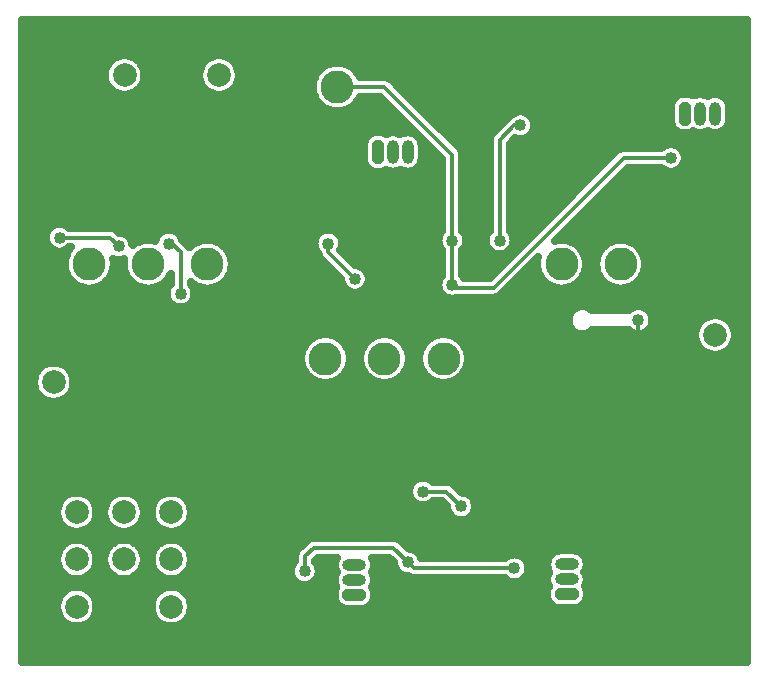
<source format=gbr>
G04 DipTrace 3.2.0.1*
G04 Bottom.gbr*
%MOIN*%
G04 #@! TF.FileFunction,Copper,L2,Bot*
G04 #@! TF.Part,Single*
%AMOUTLINE0*
4,1,8,
-0.019685,-0.029528,
-0.009843,-0.03937,
0.009843,-0.03937,
0.019685,-0.029528,
0.019685,0.029528,
0.009843,0.03937,
-0.009843,0.03937,
-0.019685,0.029528,
-0.019685,-0.029528,
0*%
%AMOUTLINE3*
4,1,8,
0.029528,-0.019685,
0.03937,-0.009843,
0.03937,0.009843,
0.029528,0.019685,
-0.029528,0.019685,
-0.03937,0.009843,
-0.03937,-0.009843,
-0.029528,-0.019685,
0.029528,-0.019685,
0*%
G04 #@! TA.AperFunction,Conductor*
%ADD14C,0.012992*%
G04 #@! TA.AperFunction,CopperBalancing*
%ADD15C,0.025*%
G04 #@! TA.AperFunction,ComponentPad*
%ADD22C,0.07874*%
%ADD23C,0.110236*%
%ADD24O,0.03937X0.07874*%
%ADD25O,0.07874X0.03937*%
G04 #@! TA.AperFunction,ViaPad*
%ADD26C,0.04*%
G04 #@! TA.AperFunction,ComponentPad*
%ADD55OUTLINE0*%
%ADD58OUTLINE3*%
%FSLAX26Y26*%
G04*
G70*
G90*
G75*
G01*
G04 Bottom*
%LPD*%
X895669Y1801181D2*
D14*
X905512D1*
X935039Y1771654D1*
Y1633858D1*
X1427165Y1801181D2*
Y1771654D1*
X1515748Y1683071D1*
X1348425Y708661D2*
Y757874D1*
X1377953Y787402D1*
X1643701D1*
X1692913Y738189D1*
X2047244Y718504D2*
X1712598D1*
X1692913Y738189D1*
X1840551Y1811024D2*
Y1663386D1*
X2568898Y2086614D2*
X2411417D1*
X1978346Y1653543D1*
X1850394D1*
X1840551Y1663386D1*
X1456693Y2322835D2*
X1614173D1*
X1840551Y2096457D1*
Y1811024D1*
X1742126Y974409D2*
X1820866D1*
X1870079Y925197D1*
X531496Y1820866D2*
X698819D1*
X728346Y1791339D1*
X2188189Y1407480D2*
X2460630D1*
Y1545276D1*
X2066929Y2194882D2*
X2047244D1*
X1998031Y2145669D1*
Y1811024D1*
D26*
X895669Y1801181D3*
X1427165D3*
X1515748Y1683071D3*
X935039Y1633858D3*
X1742126Y974409D3*
X1870079Y925197D3*
X2188189Y1407480D3*
X2460630Y1545276D3*
X728346Y1791339D3*
X531496Y1820866D3*
X2066929Y2194882D3*
X1998031Y1811024D3*
X1348425Y708661D3*
X1692913Y738189D3*
X2047244Y718504D3*
X1840551Y1663386D3*
Y1811024D3*
X2568898Y2086614D3*
X1289370Y1377953D3*
X2273622Y1348425D3*
X2352362Y1151575D3*
X1358268Y2155512D3*
X1535433Y1811024D3*
X1446850Y1131890D3*
X408719Y2521686D2*
D15*
X2819657D1*
X408719Y2496818D2*
X2819657D1*
X408719Y2471949D2*
X2819657D1*
X408719Y2447080D2*
X2819657D1*
X408719Y2422211D2*
X718387D1*
X777680D2*
X1033343D1*
X1092635D2*
X2819657D1*
X408719Y2397343D2*
X689823D1*
X806244D2*
X1004779D1*
X1121199D2*
X1420892D1*
X1492493D2*
X2819657D1*
X408719Y2372474D2*
X680458D1*
X815574D2*
X995449D1*
X1130565D2*
X1389421D1*
X1523963D2*
X2819657D1*
X408719Y2347605D2*
X681319D1*
X814748D2*
X996274D1*
X1129704D2*
X1376431D1*
X1638470D2*
X2819657D1*
X408719Y2322736D2*
X692802D1*
X803265D2*
X1007757D1*
X1118221D2*
X1372592D1*
X1663409D2*
X2819657D1*
X408719Y2297867D2*
X731449D1*
X764618D2*
X1046405D1*
X1079574D2*
X1376503D1*
X1688277D2*
X2593121D1*
X2639172D2*
X2649423D1*
X2682879D2*
X2699410D1*
X2732866D2*
X2819657D1*
X408719Y2272999D2*
X1389565D1*
X1523820D2*
X1614846D1*
X1713145D2*
X2569114D1*
X2760712D2*
X2819657D1*
X408719Y2248130D2*
X1421322D1*
X1492062D2*
X1639714D1*
X1738013D2*
X2567463D1*
X2764803D2*
X2819657D1*
X408719Y2223261D2*
X1664581D1*
X1762916D2*
X2027586D1*
X2106256D2*
X2567463D1*
X2764803D2*
X2819657D1*
X408719Y2198392D2*
X1689449D1*
X1787784D2*
X2001606D1*
X2115801D2*
X2568217D1*
X2761896D2*
X2819657D1*
X408719Y2173524D2*
X1714317D1*
X1812652D2*
X1976738D1*
X2110742D2*
X2588133D1*
X2739791D2*
X2819657D1*
X408719Y2148655D2*
X1547168D1*
X1837519D2*
X1962671D1*
X2050169D2*
X2059487D1*
X2074411D2*
X2819657D1*
X408719Y2123786D2*
X1543831D1*
X1741206D2*
X1764052D1*
X1862387D2*
X1962528D1*
X2033519D2*
X2538469D1*
X2599305D2*
X2819657D1*
X408719Y2098917D2*
X1543831D1*
X1741206D2*
X1788956D1*
X1875951D2*
X1962528D1*
X2033519D2*
X2374550D1*
X2616242D2*
X2819657D1*
X408719Y2074049D2*
X1543975D1*
X1739448D2*
X1805068D1*
X1876023D2*
X1962528D1*
X2033519D2*
X2349682D1*
X2616170D2*
X2819657D1*
X408719Y2049180D2*
X1560445D1*
X1722044D2*
X1805068D1*
X1876023D2*
X1962528D1*
X2033519D2*
X2324815D1*
X2423149D2*
X2538828D1*
X2598982D2*
X2819657D1*
X408719Y2024311D2*
X1805068D1*
X1876023D2*
X1962528D1*
X2033519D2*
X2299947D1*
X2398282D2*
X2819657D1*
X408719Y1999442D2*
X1805068D1*
X1876023D2*
X1962528D1*
X2033519D2*
X2275079D1*
X2373414D2*
X2819657D1*
X408719Y1974573D2*
X1805068D1*
X1876023D2*
X1962528D1*
X2033519D2*
X2250211D1*
X2348546D2*
X2819657D1*
X408719Y1949705D2*
X1805068D1*
X1876023D2*
X1962528D1*
X2033519D2*
X2225344D1*
X2323678D2*
X2819657D1*
X408719Y1924836D2*
X1805068D1*
X1876023D2*
X1962528D1*
X2033519D2*
X2200476D1*
X2298775D2*
X2819657D1*
X408719Y1899967D2*
X1805068D1*
X1876023D2*
X1962528D1*
X2033519D2*
X2175608D1*
X2273907D2*
X2819657D1*
X408719Y1875098D2*
X1805068D1*
X1876023D2*
X1962528D1*
X2033519D2*
X2150740D1*
X2249039D2*
X2819657D1*
X408719Y1850230D2*
X492963D1*
X716354D2*
X1805068D1*
X1876023D2*
X1962528D1*
X2033519D2*
X2125873D1*
X2224171D2*
X2819657D1*
X408719Y1825361D2*
X482736D1*
X762537D2*
X853455D1*
X937867D2*
X1384972D1*
X1469384D2*
X1793836D1*
X1887291D2*
X1951296D1*
X2044751D2*
X2101005D1*
X2199304D2*
X2819657D1*
X408719Y1800492D2*
X487221D1*
X955343D2*
X976323D1*
X1070926D2*
X1378190D1*
X1476166D2*
X1792760D1*
X1888331D2*
X1950255D1*
X2045827D2*
X2076137D1*
X2252018D2*
X2354275D1*
X2448878D2*
X2819657D1*
X408719Y1775623D2*
X518297D1*
X544684D2*
X558272D1*
X1095291D2*
X1385833D1*
X1472362D2*
X1805068D1*
X1876023D2*
X1965399D1*
X2030684D2*
X2051269D1*
X2276383D2*
X2329910D1*
X2473244D2*
X2819657D1*
X408719Y1750755D2*
X547937D1*
X1105626D2*
X1399146D1*
X1497230D2*
X1805068D1*
X1876023D2*
X2026402D1*
X2286718D2*
X2319575D1*
X2483578D2*
X2819657D1*
X408719Y1725886D2*
X546071D1*
X713770D2*
X742896D1*
X1107491D2*
X1423798D1*
X1536379D2*
X1805068D1*
X1876023D2*
X2001534D1*
X2099833D2*
X2120849D1*
X2288584D2*
X2317709D1*
X2485444D2*
X2819657D1*
X408719Y1701017D2*
X552028D1*
X707813D2*
X748889D1*
X1101499D2*
X1448666D1*
X1561139D2*
X1805068D1*
X1876023D2*
X1976666D1*
X2074965D2*
X2126841D1*
X2282591D2*
X2323702D1*
X2479452D2*
X2819657D1*
X408719Y1676148D2*
X568176D1*
X691666D2*
X765037D1*
X888526D2*
X899542D1*
X1085351D2*
X1467290D1*
X1564225D2*
X1793334D1*
X2050097D2*
X2142989D1*
X2266479D2*
X2339850D1*
X2463304D2*
X2819657D1*
X408719Y1651280D2*
X617481D1*
X642361D2*
X814341D1*
X839185D2*
X889447D1*
X980641D2*
X1011202D1*
X1036046D2*
X1479311D1*
X1552168D2*
X1793154D1*
X2025230D2*
X2192294D1*
X2217138D2*
X2389155D1*
X2413999D2*
X2819657D1*
X408719Y1626411D2*
X886648D1*
X983440D2*
X1809876D1*
X1999608D2*
X2819657D1*
X408719Y1601542D2*
X899100D1*
X970952D2*
X2819657D1*
X408719Y1576673D2*
X2236827D1*
X2497430D2*
X2819657D1*
X408719Y1551804D2*
X2225092D1*
X2509164D2*
X2678956D1*
X2754109D2*
X2819657D1*
X408719Y1526936D2*
X2228394D1*
X2505862D2*
X2655846D1*
X2777219D2*
X2819657D1*
X408719Y1502067D2*
X2253943D1*
X2293284D2*
X2440972D1*
X2480277D2*
X2648454D1*
X2784611D2*
X2819657D1*
X408719Y1477198D2*
X1359386D1*
X1475269D2*
X1556211D1*
X1672129D2*
X1753072D1*
X1868990D2*
X2650930D1*
X2782135D2*
X2819657D1*
X408719Y1452329D2*
X1341085D1*
X1493534D2*
X1537946D1*
X1690394D2*
X1734807D1*
X1887255D2*
X2664781D1*
X2768283D2*
X2819657D1*
X408719Y1427461D2*
X1333837D1*
X1500818D2*
X1530697D1*
X1697643D2*
X1727558D1*
X1894503D2*
X2819657D1*
X408719Y1402592D2*
X493788D1*
X529828D2*
X1334555D1*
X1500100D2*
X1531415D1*
X1696925D2*
X1728240D1*
X1893786D2*
X2819657D1*
X408719Y1377723D2*
X456325D1*
X567291D2*
X1343454D1*
X1491165D2*
X1540314D1*
X1688026D2*
X1737175D1*
X1884887D2*
X2819657D1*
X408719Y1352854D2*
X445021D1*
X578594D2*
X1364769D1*
X1469850D2*
X1561630D1*
X1666711D2*
X1758490D1*
X1863571D2*
X2819657D1*
X408719Y1327986D2*
X444304D1*
X579312D2*
X2819657D1*
X408719Y1303117D2*
X453813D1*
X569803D2*
X2819657D1*
X408719Y1278248D2*
X482915D1*
X540737D2*
X2819657D1*
X408719Y1253379D2*
X2819657D1*
X408719Y1228510D2*
X2819657D1*
X408719Y1203642D2*
X2819657D1*
X408719Y1178773D2*
X2819657D1*
X408719Y1153904D2*
X2819657D1*
X408719Y1129035D2*
X2819657D1*
X408719Y1104167D2*
X2819657D1*
X408719Y1079298D2*
X2819657D1*
X408719Y1054429D2*
X2819657D1*
X408719Y1029560D2*
X2819657D1*
X408719Y1004692D2*
X1704341D1*
X1836443D2*
X2819657D1*
X408719Y979823D2*
X1693432D1*
X1864612D2*
X2819657D1*
X408719Y954954D2*
X542555D1*
X634610D2*
X700050D1*
X792069D2*
X857546D1*
X949565D2*
X1697415D1*
X1908283D2*
X2819657D1*
X408719Y930085D2*
X524971D1*
X652193D2*
X682467D1*
X809653D2*
X839927D1*
X967148D2*
X1725585D1*
X1758646D2*
X1816049D1*
X1918797D2*
X2819657D1*
X408719Y905217D2*
X520235D1*
X656930D2*
X677694D1*
X814425D2*
X835190D1*
X971921D2*
X1825594D1*
X1914563D2*
X2819657D1*
X408719Y880348D2*
X525223D1*
X651942D2*
X682682D1*
X809437D2*
X840178D1*
X966897D2*
X1855342D1*
X1884815D2*
X2819657D1*
X408719Y855479D2*
X543236D1*
X633928D2*
X700732D1*
X791388D2*
X858228D1*
X948883D2*
X2819657D1*
X408719Y830610D2*
X2819657D1*
X408719Y805741D2*
X554361D1*
X622840D2*
X711820D1*
X780299D2*
X869316D1*
X937795D2*
X1347150D1*
X1674498D2*
X2819657D1*
X408719Y780873D2*
X528990D1*
X648174D2*
X686486D1*
X805670D2*
X843946D1*
X963129D2*
X1322282D1*
X1713827D2*
X2819657D1*
X408719Y756004D2*
X520701D1*
X656463D2*
X678197D1*
X813923D2*
X835657D1*
X971419D2*
X1312952D1*
X1738371D2*
X2017251D1*
X2077226D2*
X2160860D1*
X2283990D2*
X2819657D1*
X408719Y731135D2*
X522424D1*
X654741D2*
X679919D1*
X812236D2*
X837379D1*
X969696D2*
X1305237D1*
X1391622D2*
X1445437D1*
X1582132D2*
X1644450D1*
X2094486D2*
X2154078D1*
X2290808D2*
X2819657D1*
X408719Y706266D2*
X535163D1*
X642002D2*
X692622D1*
X799498D2*
X850118D1*
X956957D2*
X1299496D1*
X1397364D2*
X1451932D1*
X1575637D2*
X1656615D1*
X2094594D2*
X2161039D1*
X2283847D2*
X2819657D1*
X408719Y681398D2*
X1308251D1*
X1388572D2*
X1445437D1*
X1582132D2*
X2016749D1*
X2077764D2*
X2154078D1*
X2290808D2*
X2819657D1*
X408719Y656529D2*
X1451393D1*
X1576175D2*
X2158599D1*
X2286287D2*
X2819657D1*
X408719Y631660D2*
X534624D1*
X642540D2*
X849580D1*
X957496D2*
X1445401D1*
X1582132D2*
X2154078D1*
X2290808D2*
X2819657D1*
X408719Y606791D2*
X522244D1*
X654920D2*
X837200D1*
X969876D2*
X1448989D1*
X1578579D2*
X2158922D1*
X2285964D2*
X2819657D1*
X408719Y581923D2*
X520773D1*
X656391D2*
X835764D1*
X971347D2*
X2819657D1*
X408719Y557054D2*
X529385D1*
X647779D2*
X844341D1*
X962735D2*
X2819657D1*
X408719Y532185D2*
X555581D1*
X621584D2*
X870536D1*
X936575D2*
X2819657D1*
X408719Y507316D2*
X2819657D1*
X408719Y482448D2*
X2819657D1*
X408719Y457579D2*
X2819657D1*
X408719Y432710D2*
X2819657D1*
X408719Y407841D2*
X2819657D1*
X813691Y2357037D2*
X812074Y2346829D1*
X808880Y2337000D1*
X804188Y2327792D1*
X798114Y2319431D1*
X790806Y2312123D1*
X782444Y2306048D1*
X773236Y2301356D1*
X763407Y2298162D1*
X753199Y2296546D1*
X742864D1*
X732656Y2298162D1*
X722827Y2301356D1*
X713619Y2306048D1*
X705257Y2312123D1*
X697949Y2319431D1*
X691875Y2327792D1*
X687183Y2337000D1*
X683989Y2346829D1*
X682372Y2357037D1*
Y2367372D1*
X683989Y2377580D1*
X687183Y2387409D1*
X691875Y2396618D1*
X697949Y2404979D1*
X705257Y2412287D1*
X713619Y2418361D1*
X722827Y2423053D1*
X732656Y2426247D1*
X742864Y2427864D1*
X753199D1*
X763407Y2426247D1*
X773236Y2423053D1*
X782444Y2418361D1*
X790806Y2412287D1*
X798114Y2404979D1*
X804188Y2396618D1*
X808880Y2387409D1*
X812074Y2377580D1*
X813691Y2367372D1*
Y2357037D1*
X1128651D2*
X1127035Y2346829D1*
X1123841Y2337000D1*
X1119149Y2327792D1*
X1113074Y2319431D1*
X1105766Y2312123D1*
X1097405Y2306048D1*
X1088197Y2301356D1*
X1078367Y2298162D1*
X1068160Y2296546D1*
X1057825D1*
X1047617Y2298162D1*
X1037788Y2301356D1*
X1028579Y2306048D1*
X1020218Y2312123D1*
X1012910Y2319431D1*
X1006835Y2327792D1*
X1002143Y2337000D1*
X998950Y2346829D1*
X997333Y2357037D1*
Y2367372D1*
X998950Y2377580D1*
X1002143Y2387409D1*
X1006835Y2396618D1*
X1012910Y2404979D1*
X1020218Y2412287D1*
X1028579Y2418361D1*
X1037788Y2423053D1*
X1047617Y2426247D1*
X1057825Y2427864D1*
X1068160D1*
X1078367Y2426247D1*
X1088197Y2423053D1*
X1097405Y2418361D1*
X1105766Y2412287D1*
X1113074Y2404979D1*
X1119149Y2396618D1*
X1123841Y2387409D1*
X1127035Y2377580D1*
X1128651Y2367372D1*
Y2357037D1*
X577470Y1333415D2*
X575853Y1323207D1*
X572660Y1313378D1*
X567968Y1304170D1*
X561893Y1295809D1*
X554585Y1288501D1*
X546224Y1282426D1*
X537015Y1277734D1*
X527186Y1274540D1*
X516979Y1272924D1*
X506644D1*
X496436Y1274540D1*
X486607Y1277734D1*
X477398Y1282426D1*
X469037Y1288501D1*
X461729Y1295809D1*
X455654Y1304170D1*
X450962Y1313378D1*
X447769Y1323207D1*
X446152Y1333415D1*
Y1343750D1*
X447769Y1353958D1*
X450962Y1363787D1*
X455654Y1372996D1*
X461729Y1381357D1*
X469037Y1388665D1*
X477398Y1394739D1*
X486607Y1399431D1*
X496436Y1402625D1*
X506644Y1404242D1*
X516979D1*
X527186Y1402625D1*
X537015Y1399431D1*
X546224Y1394739D1*
X554585Y1388665D1*
X561893Y1381357D1*
X567968Y1372996D1*
X572660Y1363787D1*
X575853Y1353958D1*
X577470Y1343750D1*
Y1333415D1*
X2782195Y1490896D2*
X2780578Y1480688D1*
X2777384Y1470859D1*
X2772692Y1461650D1*
X2766617Y1453289D1*
X2759310Y1445981D1*
X2750948Y1439906D1*
X2741740Y1435214D1*
X2731911Y1432021D1*
X2721703Y1430404D1*
X2711368D1*
X2701160Y1432021D1*
X2691331Y1435214D1*
X2682123Y1439906D1*
X2673761Y1445981D1*
X2666453Y1453289D1*
X2660379Y1461650D1*
X2655687Y1470859D1*
X2652493Y1480688D1*
X2650876Y1490896D1*
Y1501230D1*
X2652493Y1511438D1*
X2655687Y1521267D1*
X2660379Y1530476D1*
X2666453Y1538837D1*
X2673761Y1546145D1*
X2682123Y1552220D1*
X2691331Y1556912D1*
X2701160Y1560105D1*
X2711368Y1561722D1*
X2721703D1*
X2731911Y1560105D1*
X2741740Y1556912D1*
X2750948Y1552220D1*
X2759310Y1546145D1*
X2766617Y1538837D1*
X2772692Y1530476D1*
X2777384Y1521267D1*
X2780578Y1511438D1*
X2782195Y1501230D1*
Y1490896D1*
X1531284Y2289853D2*
X1526277Y2280193D1*
X1522717Y2274865D1*
X1518750Y2269833D1*
X1514400Y2265127D1*
X1509695Y2260778D1*
X1504662Y2256811D1*
X1499334Y2253250D1*
X1493743Y2250119D1*
X1487924Y2247437D1*
X1481912Y2245219D1*
X1475744Y2243479D1*
X1469460Y2242229D1*
X1463096Y2241476D1*
X1456693Y2241224D1*
X1450290Y2241476D1*
X1443926Y2242229D1*
X1437641Y2243479D1*
X1431474Y2245219D1*
X1425462Y2247437D1*
X1419643Y2250119D1*
X1414052Y2253250D1*
X1408724Y2256811D1*
X1403691Y2260778D1*
X1398986Y2265127D1*
X1394636Y2269833D1*
X1390669Y2274865D1*
X1387109Y2280193D1*
X1383978Y2285784D1*
X1381295Y2291604D1*
X1379077Y2297616D1*
X1377338Y2303783D1*
X1376087Y2310068D1*
X1375334Y2316432D1*
X1375083Y2322835D1*
X1375334Y2329238D1*
X1376087Y2335601D1*
X1377338Y2341886D1*
X1379077Y2348054D1*
X1381295Y2354066D1*
X1383978Y2359885D1*
X1387109Y2365476D1*
X1390669Y2370804D1*
X1394636Y2375836D1*
X1398986Y2380542D1*
X1403691Y2384892D1*
X1408724Y2388859D1*
X1414052Y2392419D1*
X1419643Y2395550D1*
X1425462Y2398233D1*
X1431474Y2400451D1*
X1437641Y2402190D1*
X1443926Y2403440D1*
X1450290Y2404193D1*
X1456693Y2404445D1*
X1463096Y2404193D1*
X1469460Y2403440D1*
X1475744Y2402190D1*
X1481912Y2400451D1*
X1487924Y2398233D1*
X1493743Y2395550D1*
X1499334Y2392419D1*
X1504662Y2388859D1*
X1509695Y2384892D1*
X1514400Y2380542D1*
X1518750Y2375836D1*
X1522717Y2370804D1*
X1526277Y2365476D1*
X1531284Y2355816D1*
X1616761Y2355721D1*
X1621874Y2354911D1*
X1626797Y2353312D1*
X1631410Y2350962D1*
X1635597Y2347919D1*
X1682970Y2300691D1*
X1865636Y2117881D1*
X1868678Y2113693D1*
X1871028Y2109081D1*
X1872628Y2104158D1*
X1873438Y2099045D1*
X1873539Y2032152D1*
Y1843796D1*
X1878164Y1838351D1*
X1881976Y1832131D1*
X1884768Y1825390D1*
X1886471Y1818297D1*
X1887043Y1811024D1*
X1886471Y1803751D1*
X1884768Y1796657D1*
X1881976Y1789917D1*
X1878164Y1783696D1*
X1873533Y1778264D1*
X1873539Y1696158D1*
X1878164Y1690713D1*
X1880840Y1686521D1*
X1964685Y1686532D1*
X2389993Y2111699D1*
X2394181Y2114741D1*
X2398793Y2117091D1*
X2403716Y2118691D1*
X2408829Y2119501D1*
X2475722Y2119602D1*
X2536115D1*
X2541570Y2124227D1*
X2547791Y2128039D1*
X2554531Y2130831D1*
X2561625Y2132534D1*
X2568898Y2133106D1*
X2576171Y2132534D1*
X2583264Y2130831D1*
X2590005Y2128039D1*
X2596225Y2124227D1*
X2601773Y2119489D1*
X2606511Y2113942D1*
X2610322Y2107721D1*
X2613114Y2100981D1*
X2614817Y2093887D1*
X2615390Y2086614D1*
X2614817Y2079341D1*
X2613114Y2072247D1*
X2610322Y2065507D1*
X2606511Y2059287D1*
X2601773Y2053739D1*
X2596225Y2049001D1*
X2590005Y2045189D1*
X2583264Y2042398D1*
X2576171Y2040694D1*
X2568898Y2040122D1*
X2561625Y2040694D1*
X2554531Y2042398D1*
X2547791Y2045189D1*
X2541570Y2049001D1*
X2536138Y2053633D1*
X2425110Y2053626D1*
X2182146Y1810690D1*
X2191958Y1812889D1*
X2198321Y1813642D1*
X2204724Y1813894D1*
X2211127Y1813642D1*
X2217491Y1812889D1*
X2223776Y1811639D1*
X2229943Y1809899D1*
X2235955Y1807681D1*
X2241775Y1804999D1*
X2247366Y1801868D1*
X2252694Y1798308D1*
X2257726Y1794340D1*
X2262432Y1789991D1*
X2266781Y1785285D1*
X2270748Y1780253D1*
X2274309Y1774925D1*
X2277440Y1769334D1*
X2280122Y1763514D1*
X2282340Y1757502D1*
X2284080Y1751335D1*
X2285330Y1745050D1*
X2286083Y1738687D1*
X2286335Y1732283D1*
X2286083Y1725880D1*
X2285330Y1719517D1*
X2284080Y1713232D1*
X2282340Y1707065D1*
X2280122Y1701053D1*
X2277440Y1695233D1*
X2274309Y1689642D1*
X2270748Y1684314D1*
X2266781Y1679282D1*
X2262432Y1674576D1*
X2257726Y1670227D1*
X2252694Y1666259D1*
X2247366Y1662699D1*
X2241775Y1659568D1*
X2235955Y1656885D1*
X2229943Y1654668D1*
X2223776Y1652928D1*
X2217491Y1651678D1*
X2211127Y1650925D1*
X2204724Y1650673D1*
X2198321Y1650925D1*
X2191958Y1651678D1*
X2185673Y1652928D1*
X2179505Y1654668D1*
X2173494Y1656885D1*
X2167674Y1659568D1*
X2162083Y1662699D1*
X2156755Y1666259D1*
X2151723Y1670227D1*
X2147017Y1674576D1*
X2142667Y1679282D1*
X2138700Y1684314D1*
X2135140Y1689642D1*
X2132009Y1695233D1*
X2129326Y1701053D1*
X2127108Y1707065D1*
X2125369Y1713232D1*
X2124119Y1719517D1*
X2123366Y1725880D1*
X2123114Y1732283D1*
X2123366Y1738687D1*
X2124119Y1745050D1*
X2126381Y1754925D1*
X1999771Y1628459D1*
X1995583Y1625416D1*
X1990971Y1623066D1*
X1986047Y1621466D1*
X1980935Y1620657D1*
X1914042Y1620555D1*
X1858343Y1620433D1*
X1851405Y1618178D1*
X1844199Y1617037D1*
X1836903D1*
X1829698Y1618178D1*
X1822759Y1620433D1*
X1816259Y1623745D1*
X1810357Y1628033D1*
X1805198Y1633192D1*
X1800910Y1639094D1*
X1797598Y1645594D1*
X1795344Y1652532D1*
X1794202Y1659738D1*
Y1667034D1*
X1795344Y1674239D1*
X1797598Y1681178D1*
X1800910Y1687678D1*
X1805198Y1693580D1*
X1807570Y1696146D1*
X1807563Y1778251D1*
X1802938Y1783696D1*
X1799126Y1789917D1*
X1796335Y1796657D1*
X1794631Y1803751D1*
X1794059Y1811024D1*
X1794631Y1818297D1*
X1796335Y1825390D1*
X1799126Y1832131D1*
X1802938Y1838351D1*
X1807570Y1843783D1*
X1807563Y2082775D1*
X1600506Y2289849D1*
X1531317Y2289846D1*
X2587559Y2176157D2*
X2576312Y2187519D1*
X2573868Y2190882D1*
X2571981Y2194586D1*
X2570696Y2198540D1*
X2570046Y2202646D1*
X2569965Y2263780D1*
X2570291Y2267924D1*
X2571261Y2271966D1*
X2572852Y2275807D1*
X2575024Y2279351D1*
X2579692Y2284481D1*
X2589094Y2293767D1*
X2592457Y2296210D1*
X2596161Y2298098D1*
X2600115Y2299382D1*
X2604221Y2300033D1*
X2628063D1*
X2632169Y2299382D1*
X2636122Y2298098D1*
X2639826Y2296210D1*
X2641562Y2295050D1*
X2645178Y2295081D1*
X2651872Y2297854D1*
X2658918Y2299546D1*
X2666142Y2300114D1*
X2673365Y2299546D1*
X2680411Y2297854D1*
X2687106Y2295081D1*
X2691105Y2292751D1*
X2698470Y2296599D1*
X2705362Y2298838D1*
X2712519Y2299972D1*
X2719765D1*
X2726922Y2298838D1*
X2733813Y2296599D1*
X2740269Y2293310D1*
X2746131Y2289050D1*
X2751255Y2283927D1*
X2755514Y2278065D1*
X2758804Y2271608D1*
X2761043Y2264717D1*
X2762177Y2257560D1*
X2762319Y2226378D1*
X2762177Y2210944D1*
X2761043Y2203787D1*
X2758804Y2196896D1*
X2755514Y2190439D1*
X2751255Y2184577D1*
X2746131Y2179454D1*
X2740269Y2175194D1*
X2733813Y2171905D1*
X2726922Y2169666D1*
X2719765Y2168532D1*
X2712519D1*
X2705362Y2169666D1*
X2698470Y2171905D1*
X2692014Y2175194D1*
X2691178Y2175753D1*
X2683813Y2171905D1*
X2676922Y2169666D1*
X2669765Y2168532D1*
X2662519D1*
X2655362Y2169666D1*
X2648470Y2171905D1*
X2643040Y2174620D1*
X2639826Y2172294D1*
X2636122Y2170406D1*
X2632169Y2169122D1*
X2628063Y2168471D1*
X2604221D1*
X2600115Y2169122D1*
X2596161Y2170406D1*
X2592457Y2172294D1*
X2589094Y2174737D1*
X2587561Y2176155D1*
X2569965Y2247367D2*
Y2247383D1*
Y2221120D2*
Y2221137D1*
X2280536Y603307D2*
X2269174Y592060D1*
X2265811Y589616D1*
X2262107Y587729D1*
X2258153Y586444D1*
X2254047Y585794D1*
X2192913Y585712D1*
X2188769Y586039D1*
X2184727Y587009D1*
X2180886Y588600D1*
X2177342Y590772D1*
X2172212Y595440D1*
X2162926Y604842D1*
X2160482Y608205D1*
X2158595Y611909D1*
X2157311Y615863D1*
X2156660Y619969D1*
Y643811D1*
X2157311Y647917D1*
X2158595Y651870D1*
X2160482Y655574D1*
X2161643Y657310D1*
X2161612Y660926D1*
X2158839Y667620D1*
X2157147Y674666D1*
X2156579Y681890D1*
X2157147Y689113D1*
X2158839Y696159D1*
X2161612Y702854D1*
X2163942Y706853D1*
X2160094Y714219D1*
X2157855Y721110D1*
X2156721Y728267D1*
Y735513D1*
X2157855Y742670D1*
X2160094Y749561D1*
X2163383Y756017D1*
X2167643Y761879D1*
X2172766Y767003D1*
X2178628Y771262D1*
X2185085Y774552D1*
X2191976Y776791D1*
X2199133Y777925D1*
X2230315Y778067D1*
X2245749Y777925D1*
X2252906Y776791D1*
X2259797Y774552D1*
X2266253Y771262D1*
X2272116Y767003D1*
X2277239Y761879D1*
X2281498Y756017D1*
X2284788Y749561D1*
X2287027Y742670D1*
X2288161Y735513D1*
Y728267D1*
X2287027Y721110D1*
X2284788Y714219D1*
X2281498Y707762D1*
X2280940Y706926D1*
X2284788Y699561D1*
X2287027Y692670D1*
X2288161Y685513D1*
Y678267D1*
X2287027Y671110D1*
X2284788Y664219D1*
X2282073Y658788D1*
X2284399Y655574D1*
X2286287Y651870D1*
X2287571Y647917D1*
X2288222Y643811D1*
Y619969D1*
X2287571Y615863D1*
X2286287Y611909D1*
X2284399Y608205D1*
X2281956Y604842D1*
X2280538Y603309D1*
X1571875Y601338D2*
X1560512Y590091D1*
X1557149Y587648D1*
X1553445Y585761D1*
X1549492Y584476D1*
X1545386Y583826D1*
X1484252Y583744D1*
X1480108Y584070D1*
X1476065Y585041D1*
X1472225Y586631D1*
X1468680Y588804D1*
X1463551Y593472D1*
X1454265Y602873D1*
X1451821Y606237D1*
X1449934Y609941D1*
X1448649Y613894D1*
X1447999Y618000D1*
Y641842D1*
X1448649Y645948D1*
X1449934Y649902D1*
X1451821Y653606D1*
X1452982Y655342D1*
X1452950Y658957D1*
X1450177Y665652D1*
X1448486Y672698D1*
X1447917Y679921D1*
X1448486Y687145D1*
X1450177Y694191D1*
X1452950Y700885D1*
X1455281Y704885D1*
X1451432Y712250D1*
X1449193Y719141D1*
X1448060Y726298D1*
Y733544D1*
X1449193Y740701D1*
X1451432Y747592D1*
X1454966Y754414D1*
X1391614Y754413D1*
X1381411Y744208D1*
X1383778Y738856D1*
X1388066Y732953D1*
X1391378Y726453D1*
X1393633Y719515D1*
X1394774Y712309D1*
Y705014D1*
X1393633Y697808D1*
X1391378Y690870D1*
X1388066Y684369D1*
X1383778Y678467D1*
X1378619Y673309D1*
X1372717Y669020D1*
X1366217Y665708D1*
X1359279Y663454D1*
X1352073Y662313D1*
X1344777D1*
X1337572Y663454D1*
X1330633Y665708D1*
X1324133Y669020D1*
X1318231Y673309D1*
X1313072Y678467D1*
X1308784Y684369D1*
X1305472Y690870D1*
X1303218Y697808D1*
X1302076Y705014D1*
Y712309D1*
X1303218Y719515D1*
X1305472Y726453D1*
X1308784Y732953D1*
X1313072Y738856D1*
X1315444Y741421D1*
X1315539Y760462D1*
X1316348Y765575D1*
X1317948Y770498D1*
X1320298Y775110D1*
X1323341Y779298D1*
X1354627Y810728D1*
X1358563Y814090D1*
X1362976Y816794D1*
X1367759Y818775D1*
X1372792Y819984D1*
X1377953Y820390D1*
X1646289Y820288D1*
X1651402Y819478D1*
X1656325Y817879D1*
X1660937Y815529D1*
X1665125Y812486D1*
X1693086Y784669D1*
X1700186Y784109D1*
X1707280Y782406D1*
X1714020Y779614D1*
X1720241Y775802D1*
X1725788Y771064D1*
X1730526Y765516D1*
X1734338Y759296D1*
X1737130Y752556D1*
X1737428Y751499D1*
X2014492Y751492D1*
X2019917Y756117D1*
X2026137Y759929D1*
X2032877Y762721D1*
X2039971Y764424D1*
X2047244Y764996D1*
X2054517Y764424D1*
X2061611Y762721D1*
X2068351Y759929D1*
X2074571Y756117D1*
X2080119Y751379D1*
X2084857Y745831D1*
X2088669Y739611D1*
X2091461Y732871D1*
X2093164Y725777D1*
X2093736Y718504D1*
X2093164Y711231D1*
X2091461Y704137D1*
X2088669Y697397D1*
X2084857Y691177D1*
X2080119Y685629D1*
X2074571Y680891D1*
X2068351Y677079D1*
X2061611Y674287D1*
X2054517Y672584D1*
X2047244Y672012D1*
X2039971Y672584D1*
X2032877Y674287D1*
X2026137Y677079D1*
X2019917Y680891D1*
X2014484Y685523D1*
X1710010Y685617D1*
X1704897Y686427D1*
X1699974Y688027D1*
X1692913Y691697D1*
X1685640Y692269D1*
X1678547Y693972D1*
X1671806Y696764D1*
X1665586Y700576D1*
X1660038Y705314D1*
X1655300Y710862D1*
X1651489Y717082D1*
X1648697Y723822D1*
X1646994Y730916D1*
X1646427Y738032D1*
X1630029Y754421D1*
X1572614Y754413D1*
X1576127Y747592D1*
X1578366Y740701D1*
X1579499Y733544D1*
Y726298D1*
X1578366Y719141D1*
X1576127Y712250D1*
X1572837Y705794D1*
X1572278Y704958D1*
X1576127Y697592D1*
X1578366Y690701D1*
X1579499Y683544D1*
Y676298D1*
X1578366Y669141D1*
X1576127Y662250D1*
X1573411Y656819D1*
X1575738Y653606D1*
X1577625Y649902D1*
X1578910Y645948D1*
X1579560Y641842D1*
Y618000D1*
X1578910Y613894D1*
X1577625Y609941D1*
X1575738Y606237D1*
X1573294Y602873D1*
X1571876Y601340D1*
X1579641Y623368D2*
Y623351D1*
X1563937Y2048204D2*
X1552690Y2059566D1*
X1550246Y2062929D1*
X1548359Y2066634D1*
X1547074Y2070587D1*
X1546424Y2074693D1*
X1546342Y2135827D1*
X1546669Y2139971D1*
X1547639Y2144013D1*
X1549230Y2147854D1*
X1551402Y2151399D1*
X1556070Y2156528D1*
X1565472Y2165814D1*
X1568835Y2168258D1*
X1572539Y2170145D1*
X1576493Y2171430D1*
X1580599Y2172080D1*
X1604441D1*
X1608547Y2171430D1*
X1612500Y2170145D1*
X1616204Y2168258D1*
X1617940Y2167097D1*
X1621556Y2167128D1*
X1628250Y2169901D1*
X1635296Y2171593D1*
X1642520Y2172161D1*
X1649743Y2171593D1*
X1656789Y2169901D1*
X1663484Y2167128D1*
X1667483Y2164798D1*
X1674848Y2168646D1*
X1681740Y2170886D1*
X1688897Y2172019D1*
X1696143D1*
X1703300Y2170886D1*
X1710191Y2168646D1*
X1716647Y2165357D1*
X1722509Y2161098D1*
X1727633Y2155974D1*
X1731892Y2150112D1*
X1735182Y2143655D1*
X1737421Y2136764D1*
X1738555Y2129607D1*
X1738697Y2098425D1*
X1738555Y2082991D1*
X1737421Y2075834D1*
X1735182Y2068943D1*
X1731892Y2062487D1*
X1727633Y2056625D1*
X1722509Y2051501D1*
X1716647Y2047242D1*
X1710191Y2043952D1*
X1703300Y2041713D1*
X1696143Y2040579D1*
X1688897D1*
X1681740Y2041713D1*
X1674848Y2043952D1*
X1668392Y2047242D1*
X1667556Y2047800D1*
X1660191Y2043952D1*
X1653300Y2041713D1*
X1646143Y2040579D1*
X1638897D1*
X1631740Y2041713D1*
X1624848Y2043952D1*
X1619418Y2046667D1*
X1616204Y2044341D1*
X1612500Y2042453D1*
X1608547Y2041169D1*
X1604441Y2040519D1*
X1580599D1*
X1576493Y2041169D1*
X1572539Y2042453D1*
X1568835Y2044341D1*
X1565472Y2046784D1*
X1563939Y2048202D1*
X1546343Y2119414D2*
Y2119431D1*
Y2093168D2*
Y2093184D1*
X1695532Y1410920D2*
X1694779Y1404556D1*
X1693529Y1398271D1*
X1691789Y1392104D1*
X1689571Y1386092D1*
X1686888Y1380273D1*
X1683757Y1374682D1*
X1680197Y1369354D1*
X1676230Y1364321D1*
X1671880Y1359616D1*
X1667175Y1355266D1*
X1662143Y1351299D1*
X1656814Y1347739D1*
X1651224Y1344608D1*
X1645404Y1341925D1*
X1639392Y1339707D1*
X1633225Y1337967D1*
X1626940Y1336717D1*
X1620576Y1335964D1*
X1614173Y1335713D1*
X1607770Y1335964D1*
X1601407Y1336717D1*
X1595122Y1337967D1*
X1588954Y1339707D1*
X1582942Y1341925D1*
X1577123Y1344608D1*
X1571532Y1347739D1*
X1566204Y1351299D1*
X1561172Y1355266D1*
X1556466Y1359616D1*
X1552116Y1364321D1*
X1548149Y1369354D1*
X1544589Y1374682D1*
X1541458Y1380273D1*
X1538775Y1386092D1*
X1536557Y1392104D1*
X1534818Y1398271D1*
X1533568Y1404556D1*
X1532815Y1410920D1*
X1532563Y1417323D1*
X1532815Y1423726D1*
X1533568Y1430089D1*
X1534818Y1436374D1*
X1536557Y1442542D1*
X1538775Y1448554D1*
X1541458Y1454373D1*
X1544589Y1459964D1*
X1548149Y1465292D1*
X1552116Y1470324D1*
X1556466Y1475030D1*
X1561172Y1479380D1*
X1566204Y1483347D1*
X1571532Y1486907D1*
X1577123Y1490038D1*
X1582942Y1492721D1*
X1588954Y1494939D1*
X1595122Y1496678D1*
X1601407Y1497928D1*
X1607770Y1498681D1*
X1614173Y1498933D1*
X1620576Y1498681D1*
X1626940Y1497928D1*
X1633225Y1496678D1*
X1639392Y1494939D1*
X1645404Y1492721D1*
X1651224Y1490038D1*
X1656814Y1486907D1*
X1662143Y1483347D1*
X1667175Y1479380D1*
X1671880Y1475030D1*
X1676230Y1470324D1*
X1680197Y1465292D1*
X1683757Y1459964D1*
X1686888Y1454373D1*
X1689571Y1448554D1*
X1691789Y1442542D1*
X1693529Y1436374D1*
X1694779Y1430089D1*
X1695532Y1423726D1*
X1695783Y1417323D1*
X1695532Y1410920D1*
X1498681D2*
X1497928Y1404556D1*
X1496678Y1398271D1*
X1494939Y1392104D1*
X1492721Y1386092D1*
X1490038Y1380273D1*
X1486907Y1374682D1*
X1483347Y1369354D1*
X1479380Y1364321D1*
X1475030Y1359616D1*
X1470324Y1355266D1*
X1465292Y1351299D1*
X1459964Y1347739D1*
X1454373Y1344608D1*
X1448554Y1341925D1*
X1442542Y1339707D1*
X1436374Y1337967D1*
X1430089Y1336717D1*
X1423726Y1335964D1*
X1417323Y1335713D1*
X1410920Y1335964D1*
X1404556Y1336717D1*
X1398271Y1337967D1*
X1392104Y1339707D1*
X1386092Y1341925D1*
X1380273Y1344608D1*
X1374682Y1347739D1*
X1369354Y1351299D1*
X1364321Y1355266D1*
X1359616Y1359616D1*
X1355266Y1364321D1*
X1351299Y1369354D1*
X1347739Y1374682D1*
X1344608Y1380273D1*
X1341925Y1386092D1*
X1339707Y1392104D1*
X1337967Y1398271D1*
X1336717Y1404556D1*
X1335964Y1410920D1*
X1335713Y1417323D1*
X1335964Y1423726D1*
X1336717Y1430089D1*
X1337967Y1436374D1*
X1339707Y1442542D1*
X1341925Y1448554D1*
X1344608Y1454373D1*
X1347739Y1459964D1*
X1351299Y1465292D1*
X1355266Y1470324D1*
X1359616Y1475030D1*
X1364321Y1479380D1*
X1369354Y1483347D1*
X1374682Y1486907D1*
X1380273Y1490038D1*
X1386092Y1492721D1*
X1392104Y1494939D1*
X1398271Y1496678D1*
X1404556Y1497928D1*
X1410920Y1498681D1*
X1417323Y1498933D1*
X1423726Y1498681D1*
X1430089Y1497928D1*
X1436374Y1496678D1*
X1442542Y1494939D1*
X1448554Y1492721D1*
X1454373Y1490038D1*
X1459964Y1486907D1*
X1465292Y1483347D1*
X1470324Y1479380D1*
X1475030Y1475030D1*
X1479380Y1470324D1*
X1483347Y1465292D1*
X1486907Y1459964D1*
X1490038Y1454373D1*
X1492721Y1448554D1*
X1494939Y1442542D1*
X1496678Y1436374D1*
X1497928Y1430089D1*
X1498681Y1423726D1*
X1498933Y1417323D1*
X1498681Y1410920D1*
X1892382D2*
X1891629Y1404556D1*
X1890379Y1398271D1*
X1888640Y1392104D1*
X1886422Y1386092D1*
X1883739Y1380273D1*
X1880608Y1374682D1*
X1877048Y1369354D1*
X1873081Y1364321D1*
X1868731Y1359616D1*
X1864025Y1355266D1*
X1858993Y1351299D1*
X1853665Y1347739D1*
X1848074Y1344608D1*
X1842255Y1341925D1*
X1836243Y1339707D1*
X1830075Y1337967D1*
X1823790Y1336717D1*
X1817427Y1335964D1*
X1811024Y1335713D1*
X1804621Y1335964D1*
X1798257Y1336717D1*
X1791972Y1337967D1*
X1785805Y1339707D1*
X1779793Y1341925D1*
X1773973Y1344608D1*
X1768382Y1347739D1*
X1763054Y1351299D1*
X1758022Y1355266D1*
X1753316Y1359616D1*
X1748967Y1364321D1*
X1745000Y1369354D1*
X1741439Y1374682D1*
X1738308Y1380273D1*
X1735626Y1386092D1*
X1733408Y1392104D1*
X1731668Y1398271D1*
X1730418Y1404556D1*
X1729665Y1410920D1*
X1729413Y1417323D1*
X1729665Y1423726D1*
X1730418Y1430089D1*
X1731668Y1436374D1*
X1733408Y1442542D1*
X1735626Y1448554D1*
X1738308Y1454373D1*
X1741439Y1459964D1*
X1745000Y1465292D1*
X1748967Y1470324D1*
X1753316Y1475030D1*
X1758022Y1479380D1*
X1763054Y1483347D1*
X1768382Y1486907D1*
X1773973Y1490038D1*
X1779793Y1492721D1*
X1785805Y1494939D1*
X1791972Y1496678D1*
X1798257Y1497928D1*
X1804621Y1498681D1*
X1811024Y1498933D1*
X1817427Y1498681D1*
X1823790Y1497928D1*
X1830075Y1496678D1*
X1836243Y1494939D1*
X1842255Y1492721D1*
X1848074Y1490038D1*
X1853665Y1486907D1*
X1858993Y1483347D1*
X1864025Y1479380D1*
X1868731Y1475030D1*
X1873081Y1470324D1*
X1877048Y1465292D1*
X1880608Y1459964D1*
X1883739Y1454373D1*
X1886422Y1448554D1*
X1888640Y1442542D1*
X1890379Y1436374D1*
X1891629Y1430089D1*
X1892382Y1423726D1*
X1892634Y1417323D1*
X1892382Y1410920D1*
X902054Y1700803D2*
X899487Y1695233D1*
X896356Y1689642D1*
X892796Y1684314D1*
X888829Y1679282D1*
X884479Y1674576D1*
X879773Y1670227D1*
X874741Y1666259D1*
X869413Y1662699D1*
X863822Y1659568D1*
X858003Y1656885D1*
X851991Y1654668D1*
X845823Y1652928D1*
X839538Y1651678D1*
X833175Y1650925D1*
X826772Y1650673D1*
X820369Y1650925D1*
X814005Y1651678D1*
X807720Y1652928D1*
X801553Y1654668D1*
X795541Y1656885D1*
X789721Y1659568D1*
X784130Y1662699D1*
X778802Y1666259D1*
X773770Y1670227D1*
X769065Y1674576D1*
X764715Y1679282D1*
X760748Y1684314D1*
X757187Y1689642D1*
X754056Y1695233D1*
X751374Y1701053D1*
X749156Y1707065D1*
X747416Y1713232D1*
X746166Y1719517D1*
X745413Y1725880D1*
X745161Y1732283D1*
X745413Y1738687D1*
X746894Y1748708D1*
X739200Y1746131D1*
X731994Y1744990D1*
X724699D1*
X717493Y1746131D1*
X709868Y1748702D1*
X711280Y1738687D1*
X711531Y1732283D1*
X711280Y1725880D1*
X710527Y1719517D1*
X709277Y1713232D1*
X707537Y1707065D1*
X705319Y1701053D1*
X702637Y1695233D1*
X699505Y1689642D1*
X695945Y1684314D1*
X691978Y1679282D1*
X687628Y1674576D1*
X682923Y1670227D1*
X677891Y1666259D1*
X672562Y1662699D1*
X666972Y1659568D1*
X661152Y1656885D1*
X655140Y1654668D1*
X648973Y1652928D1*
X642688Y1651678D1*
X636324Y1650925D1*
X629921Y1650673D1*
X623518Y1650925D1*
X617155Y1651678D1*
X610870Y1652928D1*
X604702Y1654668D1*
X598690Y1656885D1*
X592871Y1659568D1*
X587280Y1662699D1*
X581952Y1666259D1*
X576920Y1670227D1*
X572214Y1674576D1*
X567864Y1679282D1*
X563897Y1684314D1*
X560337Y1689642D1*
X557206Y1695233D1*
X554523Y1701053D1*
X552305Y1707065D1*
X550566Y1713232D1*
X549316Y1719517D1*
X548563Y1725880D1*
X548311Y1732283D1*
X548563Y1738687D1*
X549316Y1745050D1*
X550566Y1751335D1*
X552305Y1757502D1*
X554523Y1763514D1*
X557206Y1769334D1*
X560337Y1774925D1*
X563897Y1780253D1*
X570260Y1787877D1*
X555788Y1781225D1*
X549288Y1777913D1*
X542349Y1775659D1*
X535144Y1774517D1*
X527848D1*
X520643Y1775659D1*
X513704Y1777913D1*
X507204Y1781225D1*
X501302Y1785513D1*
X496143Y1790672D1*
X491855Y1796574D1*
X488543Y1803074D1*
X486289Y1810013D1*
X485147Y1817218D1*
Y1824514D1*
X486289Y1831720D1*
X488543Y1838658D1*
X491855Y1845158D1*
X496143Y1851060D1*
X501302Y1856219D1*
X507204Y1860507D1*
X513704Y1863819D1*
X520643Y1866074D1*
X527848Y1867215D1*
X535144D1*
X542349Y1866074D1*
X549288Y1863819D1*
X555788Y1860507D1*
X561690Y1856219D1*
X564256Y1853848D1*
X701407Y1853753D1*
X706520Y1852943D1*
X711443Y1851343D1*
X716055Y1848993D1*
X720243Y1845951D1*
X728514Y1837823D1*
X735619Y1837258D1*
X742713Y1835555D1*
X749453Y1832763D1*
X755674Y1828952D1*
X761221Y1824213D1*
X765959Y1818666D1*
X769771Y1812446D1*
X772563Y1805705D1*
X774266Y1798612D1*
X774680Y1795114D1*
X784130Y1801868D1*
X789721Y1804999D1*
X795541Y1807681D1*
X801553Y1809899D1*
X807720Y1811639D1*
X814005Y1812889D1*
X820369Y1813642D1*
X826772Y1813894D1*
X833175Y1813642D1*
X839538Y1812889D1*
X850087Y1810436D1*
X851453Y1815548D1*
X854245Y1822288D1*
X858056Y1828508D1*
X862794Y1834056D1*
X868342Y1838794D1*
X874562Y1842606D1*
X881302Y1845398D1*
X888396Y1847101D1*
X895669Y1847673D1*
X902942Y1847101D1*
X910036Y1845398D1*
X916776Y1842606D1*
X922997Y1838794D1*
X928544Y1834056D1*
X933282Y1828508D1*
X937094Y1822288D1*
X939886Y1815548D1*
X940703Y1812652D1*
X960124Y1793078D1*
X963171Y1788881D1*
X965915Y1789991D1*
X970620Y1794340D1*
X975653Y1798308D1*
X980981Y1801868D1*
X986572Y1804999D1*
X992391Y1807681D1*
X998403Y1809899D1*
X1004571Y1811639D1*
X1010855Y1812889D1*
X1017219Y1813642D1*
X1023622Y1813894D1*
X1030025Y1813642D1*
X1036389Y1812889D1*
X1042674Y1811639D1*
X1048841Y1809899D1*
X1054853Y1807681D1*
X1060672Y1804999D1*
X1066263Y1801868D1*
X1071591Y1798308D1*
X1076624Y1794340D1*
X1081329Y1789991D1*
X1085679Y1785285D1*
X1089646Y1780253D1*
X1093206Y1774925D1*
X1096337Y1769334D1*
X1099020Y1763514D1*
X1101238Y1757502D1*
X1102977Y1751335D1*
X1104228Y1745050D1*
X1104981Y1738687D1*
X1105232Y1732283D1*
X1104981Y1725880D1*
X1104228Y1719517D1*
X1102977Y1713232D1*
X1101238Y1707065D1*
X1099020Y1701053D1*
X1096337Y1695233D1*
X1093206Y1689642D1*
X1089646Y1684314D1*
X1085679Y1679282D1*
X1081329Y1674576D1*
X1076624Y1670227D1*
X1071591Y1666259D1*
X1066263Y1662699D1*
X1060672Y1659568D1*
X1054853Y1656885D1*
X1048841Y1654668D1*
X1042674Y1652928D1*
X1036389Y1651678D1*
X1030025Y1650925D1*
X1023622Y1650673D1*
X1017219Y1650925D1*
X1010855Y1651678D1*
X1004571Y1652928D1*
X998403Y1654668D1*
X992391Y1656885D1*
X986572Y1659568D1*
X980981Y1662699D1*
X975653Y1666259D1*
X968029Y1672622D1*
X968028Y1666621D1*
X972652Y1661186D1*
X976464Y1654965D1*
X979256Y1648225D1*
X980959Y1641131D1*
X981531Y1633858D1*
X980959Y1626585D1*
X979256Y1619491D1*
X976464Y1612751D1*
X972652Y1606531D1*
X967914Y1600983D1*
X962367Y1596245D1*
X956146Y1592433D1*
X949406Y1589642D1*
X942312Y1587939D1*
X935039Y1587366D1*
X927766Y1587939D1*
X920673Y1589642D1*
X913932Y1592433D1*
X907712Y1596245D1*
X902164Y1600983D1*
X897426Y1606531D1*
X893615Y1612751D1*
X890823Y1619491D1*
X889120Y1626585D1*
X888547Y1633858D1*
X889120Y1641131D1*
X890823Y1648225D1*
X893615Y1654965D1*
X897426Y1661186D1*
X902058Y1666618D1*
X902051Y1700782D1*
X2482933Y1725880D2*
X2482180Y1719517D1*
X2480930Y1713232D1*
X2479191Y1707065D1*
X2476973Y1701053D1*
X2474290Y1695233D1*
X2471159Y1689642D1*
X2467599Y1684314D1*
X2463632Y1679282D1*
X2459282Y1674576D1*
X2454576Y1670227D1*
X2449544Y1666259D1*
X2444216Y1662699D1*
X2438625Y1659568D1*
X2432806Y1656885D1*
X2426794Y1654668D1*
X2420626Y1652928D1*
X2414341Y1651678D1*
X2407978Y1650925D1*
X2401575Y1650673D1*
X2395172Y1650925D1*
X2388808Y1651678D1*
X2382523Y1652928D1*
X2376356Y1654668D1*
X2370344Y1656885D1*
X2364525Y1659568D1*
X2358934Y1662699D1*
X2353606Y1666259D1*
X2348573Y1670227D1*
X2343868Y1674576D1*
X2339518Y1679282D1*
X2335551Y1684314D1*
X2331991Y1689642D1*
X2328860Y1695233D1*
X2326177Y1701053D1*
X2323959Y1707065D1*
X2322219Y1713232D1*
X2320969Y1719517D1*
X2320216Y1725880D1*
X2319965Y1732283D1*
X2320216Y1738687D1*
X2320969Y1745050D1*
X2322219Y1751335D1*
X2323959Y1757502D1*
X2326177Y1763514D1*
X2328860Y1769334D1*
X2331991Y1774925D1*
X2335551Y1780253D1*
X2339518Y1785285D1*
X2343868Y1789991D1*
X2348573Y1794340D1*
X2353606Y1798308D1*
X2358934Y1801868D1*
X2364525Y1804999D1*
X2370344Y1807681D1*
X2376356Y1809899D1*
X2382523Y1811639D1*
X2388808Y1812889D1*
X2395172Y1813642D1*
X2401575Y1813894D1*
X2407978Y1813642D1*
X2414341Y1812889D1*
X2420626Y1811639D1*
X2426794Y1809899D1*
X2432806Y1807681D1*
X2438625Y1804999D1*
X2444216Y1801868D1*
X2449544Y1798308D1*
X2454576Y1794340D1*
X2459282Y1789991D1*
X2463632Y1785285D1*
X2467599Y1780253D1*
X2471159Y1774925D1*
X2474290Y1769334D1*
X2476973Y1763514D1*
X2479191Y1757502D1*
X2480930Y1751335D1*
X2482180Y1745050D1*
X2482933Y1738687D1*
X2483185Y1732283D1*
X2482933Y1725880D1*
X811722Y742864D2*
X810105Y732656D1*
X806912Y722827D1*
X802220Y713619D1*
X796145Y705257D1*
X788837Y697949D1*
X780476Y691875D1*
X771267Y687183D1*
X761438Y683989D1*
X751230Y682372D1*
X740896D1*
X730688Y683989D1*
X720859Y687183D1*
X711650Y691875D1*
X703289Y697949D1*
X695981Y705257D1*
X689906Y713619D1*
X685214Y722827D1*
X682021Y732656D1*
X680404Y742864D1*
Y753199D1*
X682021Y763407D1*
X685214Y773236D1*
X689906Y782444D1*
X695981Y790806D1*
X703289Y798114D1*
X711650Y804188D1*
X720859Y808880D1*
X730688Y812074D1*
X740896Y813691D1*
X751230D1*
X761438Y812074D1*
X771267Y808880D1*
X780476Y804188D1*
X788837Y798114D1*
X796145Y790806D1*
X802220Y782444D1*
X806912Y773236D1*
X810105Y763407D1*
X811722Y753199D1*
Y742864D1*
X969202D2*
X967586Y732656D1*
X964392Y722827D1*
X959700Y713619D1*
X953625Y705257D1*
X946317Y697949D1*
X937956Y691875D1*
X928748Y687183D1*
X918919Y683989D1*
X908711Y682372D1*
X898376D1*
X888168Y683989D1*
X878339Y687183D1*
X869130Y691875D1*
X860769Y697949D1*
X853461Y705257D1*
X847387Y713619D1*
X842695Y722827D1*
X839501Y732656D1*
X837884Y742864D1*
Y753199D1*
X839501Y763407D1*
X842695Y773236D1*
X847387Y782444D1*
X853461Y790806D1*
X860769Y798114D1*
X869130Y804188D1*
X878339Y808880D1*
X888168Y812074D1*
X898376Y813691D1*
X908711D1*
X918919Y812074D1*
X928748Y808880D1*
X937956Y804188D1*
X946317Y798114D1*
X953625Y790806D1*
X959700Y782444D1*
X964392Y773236D1*
X967586Y763407D1*
X969202Y753199D1*
Y742864D1*
Y900344D2*
X967586Y890137D1*
X964392Y880307D1*
X959700Y871099D1*
X953625Y862738D1*
X946317Y855430D1*
X937956Y849355D1*
X928748Y844663D1*
X918919Y841469D1*
X908711Y839853D1*
X898376D1*
X888168Y841469D1*
X878339Y844663D1*
X869130Y849355D1*
X860769Y855430D1*
X853461Y862738D1*
X847387Y871099D1*
X842695Y880307D1*
X839501Y890137D1*
X837884Y900344D1*
Y910679D1*
X839501Y920887D1*
X842695Y930716D1*
X847387Y939925D1*
X853461Y948286D1*
X860769Y955594D1*
X869130Y961669D1*
X878339Y966361D1*
X888168Y969554D1*
X898376Y971171D1*
X908711D1*
X918919Y969554D1*
X928748Y966361D1*
X937956Y961669D1*
X946317Y955594D1*
X953625Y948286D1*
X959700Y939925D1*
X964392Y930716D1*
X967586Y920887D1*
X969202Y910679D1*
Y900344D1*
X811722D2*
X810105Y890137D1*
X806912Y880307D1*
X802220Y871099D1*
X796145Y862738D1*
X788837Y855430D1*
X780476Y849355D1*
X771267Y844663D1*
X761438Y841469D1*
X751230Y839853D1*
X740896D1*
X730688Y841469D1*
X720859Y844663D1*
X711650Y849355D1*
X703289Y855430D1*
X695981Y862738D1*
X689906Y871099D1*
X685214Y880307D1*
X682021Y890137D1*
X680404Y900344D1*
Y910679D1*
X682021Y920887D1*
X685214Y930716D1*
X689906Y939925D1*
X695981Y948286D1*
X703289Y955594D1*
X711650Y961669D1*
X720859Y966361D1*
X730688Y969554D1*
X740896Y971171D1*
X751230D1*
X761438Y969554D1*
X771267Y966361D1*
X780476Y961669D1*
X788837Y955594D1*
X796145Y948286D1*
X802220Y939925D1*
X806912Y930716D1*
X810105Y920887D1*
X811722Y910679D1*
Y900344D1*
X654242D2*
X652625Y890137D1*
X649431Y880307D1*
X644739Y871099D1*
X638665Y862738D1*
X631357Y855430D1*
X622996Y849355D1*
X613787Y844663D1*
X603958Y841469D1*
X593750Y839853D1*
X583415D1*
X573207Y841469D1*
X563378Y844663D1*
X554170Y849355D1*
X545809Y855430D1*
X538501Y862738D1*
X532426Y871099D1*
X527734Y880307D1*
X524540Y890137D1*
X522924Y900344D1*
Y910679D1*
X524540Y920887D1*
X527734Y930716D1*
X532426Y939925D1*
X538501Y948286D1*
X545809Y955594D1*
X554170Y961669D1*
X563378Y966361D1*
X573207Y969554D1*
X583415Y971171D1*
X593750D1*
X603958Y969554D1*
X613787Y966361D1*
X622996Y961669D1*
X631357Y955594D1*
X638665Y948286D1*
X644739Y939925D1*
X649431Y930716D1*
X652625Y920887D1*
X654242Y910679D1*
Y900344D1*
Y742864D2*
X652625Y732656D1*
X649431Y722827D1*
X644739Y713619D1*
X638665Y705257D1*
X631357Y697949D1*
X622996Y691875D1*
X613787Y687183D1*
X603958Y683989D1*
X593750Y682372D1*
X583415D1*
X573207Y683989D1*
X563378Y687183D1*
X554170Y691875D1*
X545809Y697949D1*
X538501Y705257D1*
X532426Y713619D1*
X527734Y722827D1*
X524540Y732656D1*
X522924Y742864D1*
Y753199D1*
X524540Y763407D1*
X527734Y773236D1*
X532426Y782444D1*
X538501Y790806D1*
X545809Y798114D1*
X554170Y804188D1*
X563378Y808880D1*
X573207Y812074D1*
X583415Y813691D1*
X593750D1*
X603958Y812074D1*
X613787Y808880D1*
X622996Y804188D1*
X631357Y798114D1*
X638665Y790806D1*
X644739Y782444D1*
X649431Y773236D1*
X652625Y763407D1*
X654242Y753199D1*
Y742864D1*
Y585384D2*
X652625Y575176D1*
X649431Y565347D1*
X644739Y556138D1*
X638665Y547777D1*
X631357Y540469D1*
X622996Y534394D1*
X613787Y529702D1*
X603958Y526509D1*
X593750Y524892D1*
X583415D1*
X573207Y526509D1*
X563378Y529702D1*
X554170Y534394D1*
X545809Y540469D1*
X538501Y547777D1*
X532426Y556138D1*
X527734Y565347D1*
X524540Y575176D1*
X522924Y585384D1*
Y595719D1*
X524540Y605926D1*
X527734Y615756D1*
X532426Y624964D1*
X538501Y633325D1*
X545809Y640633D1*
X554170Y646708D1*
X563378Y651400D1*
X573207Y654594D1*
X583415Y656210D1*
X593750D1*
X603958Y654594D1*
X613787Y651400D1*
X622996Y646708D1*
X631357Y640633D1*
X638665Y633325D1*
X644739Y624964D1*
X649431Y615756D1*
X652625Y605926D1*
X654242Y595719D1*
Y585384D1*
X969202D2*
X967586Y575176D1*
X964392Y565347D1*
X959700Y556138D1*
X953625Y547777D1*
X946317Y540469D1*
X937956Y534394D1*
X928748Y529702D1*
X918919Y526509D1*
X908711Y524892D1*
X898376D1*
X888168Y526509D1*
X878339Y529702D1*
X869130Y534394D1*
X860769Y540469D1*
X853461Y547777D1*
X847387Y556138D1*
X842695Y565347D1*
X839501Y575176D1*
X837884Y585384D1*
Y595719D1*
X839501Y605926D1*
X842695Y615756D1*
X847387Y624964D1*
X853461Y633325D1*
X860769Y640633D1*
X869130Y646708D1*
X878339Y651400D1*
X888168Y654594D1*
X898376Y656210D1*
X908711D1*
X918919Y654594D1*
X928748Y651400D1*
X937956Y646708D1*
X946317Y640633D1*
X953625Y633325D1*
X959700Y624964D1*
X964392Y615756D1*
X967586Y605926D1*
X969202Y595719D1*
Y585384D1*
X1473514Y1797533D2*
X1472373Y1790328D1*
X1470118Y1783389D1*
X1467440Y1778021D1*
X1515931Y1729540D1*
X1523021Y1728991D1*
X1530115Y1727288D1*
X1536855Y1724496D1*
X1543075Y1720684D1*
X1548623Y1715946D1*
X1553361Y1710398D1*
X1557173Y1704178D1*
X1559965Y1697438D1*
X1561668Y1690344D1*
X1562240Y1683071D1*
X1561668Y1675798D1*
X1559965Y1668704D1*
X1557173Y1661964D1*
X1553361Y1655743D1*
X1548623Y1650196D1*
X1543075Y1645458D1*
X1536855Y1641646D1*
X1530115Y1638854D1*
X1523021Y1637151D1*
X1515748Y1636579D1*
X1508475Y1637151D1*
X1501381Y1638854D1*
X1494641Y1641646D1*
X1488421Y1645458D1*
X1482873Y1650196D1*
X1478135Y1655743D1*
X1474323Y1661964D1*
X1471531Y1668704D1*
X1469828Y1675798D1*
X1469262Y1682914D1*
X1402081Y1750229D1*
X1399038Y1754417D1*
X1396688Y1759029D1*
X1395089Y1763953D1*
X1394290Y1768306D1*
X1389552Y1773854D1*
X1385741Y1780074D1*
X1382949Y1786814D1*
X1381246Y1793908D1*
X1380673Y1801181D1*
X1381246Y1808454D1*
X1382949Y1815548D1*
X1385741Y1822288D1*
X1389552Y1828508D1*
X1394290Y1834056D1*
X1399838Y1838794D1*
X1406058Y1842606D1*
X1412798Y1845398D1*
X1419892Y1847101D1*
X1427165Y1847673D1*
X1434438Y1847101D1*
X1441532Y1845398D1*
X1448272Y1842606D1*
X1454493Y1838794D1*
X1460040Y1834056D1*
X1464778Y1828508D1*
X1468590Y1822288D1*
X1471382Y1815548D1*
X1473085Y1808454D1*
X1473657Y1801181D1*
X1473514Y1797533D1*
X1774886Y941428D2*
X1769453Y936797D1*
X1763233Y932985D1*
X1756493Y930193D1*
X1749399Y928490D1*
X1742126Y927917D1*
X1734853Y928490D1*
X1727759Y930193D1*
X1721019Y932985D1*
X1714799Y936797D1*
X1709251Y941535D1*
X1704513Y947082D1*
X1700701Y953302D1*
X1697909Y960043D1*
X1696206Y967136D1*
X1695634Y974409D1*
X1696206Y981682D1*
X1697909Y988776D1*
X1700701Y995516D1*
X1704513Y1001737D1*
X1709251Y1007284D1*
X1714799Y1012022D1*
X1721019Y1015834D1*
X1727759Y1018626D1*
X1734853Y1020329D1*
X1742126Y1020902D1*
X1749399Y1020329D1*
X1756493Y1018626D1*
X1763233Y1015834D1*
X1769453Y1012022D1*
X1774886Y1007391D1*
X1823454Y1007296D1*
X1828567Y1006486D1*
X1833490Y1004887D1*
X1838102Y1002537D1*
X1842290Y999494D1*
X1870251Y971677D1*
X1877352Y971117D1*
X1884446Y969413D1*
X1891186Y966622D1*
X1897406Y962810D1*
X1902954Y958072D1*
X1907692Y952524D1*
X1911504Y946304D1*
X1914295Y939564D1*
X1915998Y932470D1*
X1916571Y925197D1*
X1915998Y917924D1*
X1914295Y910830D1*
X1911504Y904090D1*
X1907692Y897869D1*
X1902954Y892322D1*
X1897406Y887584D1*
X1891186Y883772D1*
X1884446Y880980D1*
X1877352Y879277D1*
X1870079Y878705D1*
X1862806Y879277D1*
X1855712Y880980D1*
X1848972Y883772D1*
X1842751Y887584D1*
X1837204Y892322D1*
X1832466Y897869D1*
X1828654Y904090D1*
X1825862Y910830D1*
X1824159Y917924D1*
X1823593Y925040D1*
X1807195Y941429D1*
X1774898Y941421D1*
X2306382Y1512294D2*
X2300949Y1507663D1*
X2294729Y1503851D1*
X2287989Y1501059D1*
X2280895Y1499356D1*
X2273622Y1498783D1*
X2266349Y1499356D1*
X2259255Y1501059D1*
X2252515Y1503851D1*
X2246295Y1507663D1*
X2240747Y1512401D1*
X2236009Y1517948D1*
X2232197Y1524169D1*
X2229405Y1530909D1*
X2227702Y1538003D1*
X2227130Y1545276D1*
X2227702Y1552549D1*
X2229405Y1559642D1*
X2232197Y1566383D1*
X2236009Y1572603D1*
X2240747Y1578150D1*
X2246295Y1582889D1*
X2252515Y1586700D1*
X2259255Y1589492D1*
X2266349Y1591195D1*
X2273622Y1591768D1*
X2280895Y1591195D1*
X2287989Y1589492D1*
X2294729Y1586700D1*
X2300949Y1582889D1*
X2306382Y1578257D1*
X2427888Y1578264D1*
X2433303Y1582889D1*
X2439523Y1586700D1*
X2446263Y1589492D1*
X2453357Y1591195D1*
X2460630Y1591768D1*
X2467903Y1591195D1*
X2474997Y1589492D1*
X2481737Y1586700D1*
X2487957Y1582889D1*
X2493505Y1578150D1*
X2498243Y1572603D1*
X2502055Y1566383D1*
X2504847Y1559642D1*
X2506550Y1552549D1*
X2507122Y1545276D1*
X2506550Y1538003D1*
X2504847Y1530909D1*
X2502055Y1524169D1*
X2498243Y1517948D1*
X2493505Y1512401D1*
X2487957Y1507663D1*
X2481737Y1503851D1*
X2474997Y1501059D1*
X2467903Y1499356D1*
X2460630Y1498783D1*
X2453357Y1499356D1*
X2446263Y1501059D1*
X2439523Y1503851D1*
X2433303Y1507663D1*
X2427870Y1512294D1*
X2306364Y1512287D1*
X564256Y1787885D2*
X558823Y1783253D1*
X555788Y1781225D1*
X2113278Y2191234D2*
X2112137Y2184029D1*
X2109882Y2177090D1*
X2106570Y2170590D1*
X2102282Y2164688D1*
X2097123Y2159529D1*
X2091221Y2155241D1*
X2084721Y2151929D1*
X2077783Y2149674D1*
X2070577Y2148533D1*
X2063281D1*
X2056076Y2149674D1*
X2050462Y2151440D1*
X2031012Y2131998D1*
X2031020Y1843776D1*
X2035644Y1838351D1*
X2039456Y1832131D1*
X2042248Y1825390D1*
X2043951Y1818297D1*
X2044524Y1811024D1*
X2043951Y1803751D1*
X2042248Y1796657D1*
X2039456Y1789917D1*
X2035644Y1783696D1*
X2030906Y1778149D1*
X2025359Y1773411D1*
X2019138Y1769599D1*
X2012398Y1766807D1*
X2005304Y1765104D1*
X1998031Y1764531D1*
X1990759Y1765104D1*
X1983665Y1766807D1*
X1976925Y1769599D1*
X1970704Y1773411D1*
X1965157Y1778149D1*
X1960419Y1783696D1*
X1956607Y1789917D1*
X1953815Y1796657D1*
X1952112Y1803751D1*
X1951539Y1811024D1*
X1952112Y1818297D1*
X1953815Y1825390D1*
X1956607Y1832131D1*
X1960419Y1838351D1*
X1965050Y1843783D1*
X1965145Y2148258D1*
X1965955Y2153370D1*
X1967554Y2158293D1*
X1969904Y2162906D1*
X1972947Y2167093D1*
X2020175Y2214466D1*
X2025820Y2219966D1*
X2031576Y2225076D1*
X2036735Y2230235D1*
X2042637Y2234523D1*
X2049137Y2237835D1*
X2056076Y2240089D1*
X2063281Y2241231D1*
X2070577D1*
X2077783Y2240089D1*
X2084721Y2237835D1*
X2091221Y2234523D1*
X2097123Y2230235D1*
X2102282Y2225076D1*
X2106570Y2219174D1*
X2109882Y2212674D1*
X2112137Y2205735D1*
X2113278Y2198530D1*
Y2191234D1*
X406201Y2546532D2*
Y406183D1*
X2822163Y406201D1*
X2822146Y2546573D1*
X406183Y2546555D1*
D22*
X748031Y2362205D3*
X1062992D3*
X511811Y1496063D3*
Y1338583D3*
X2716535D3*
Y1496063D3*
D23*
X1456693Y2322835D3*
X1840551Y2332677D3*
D55*
X2616142Y2234252D3*
D24*
X2666142D3*
X2716142D3*
D58*
X2222441Y631890D3*
D25*
Y681890D3*
Y731890D3*
D58*
X1513780Y629921D3*
D25*
Y679921D3*
Y729921D3*
D55*
X1592520Y2106299D3*
D24*
X1642520D3*
X1692520D3*
D23*
X1614173Y1417323D3*
X1417323D3*
X1811024D3*
X826772Y1732283D3*
X629921D3*
X1023622D3*
X2401575D3*
X2204724D3*
X2598425D3*
D22*
X746063Y748031D3*
X903543D3*
Y905512D3*
X746063D3*
X588583D3*
Y748031D3*
Y590551D3*
X746063D3*
X903543D3*
M02*

</source>
